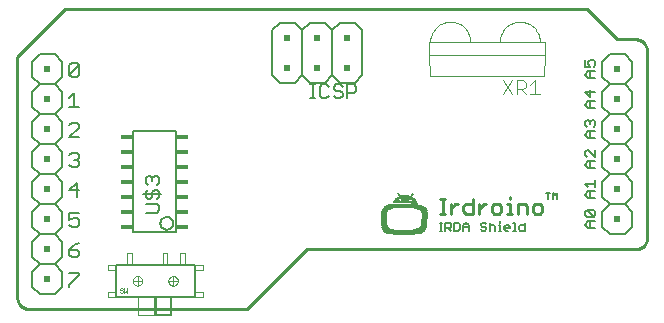
<source format=gto>
G75*
%MOIN*%
%OFA0B0*%
%FSLAX24Y24*%
%IPPOS*%
%LPD*%
%AMOC8*
5,1,8,0,0,1.08239X$1,22.5*
%
%ADD10C,0.0100*%
%ADD11C,0.0050*%
%ADD12C,0.0090*%
%ADD13C,0.0070*%
%ADD14C,0.0060*%
%ADD15R,0.0200X0.0200*%
%ADD16R,0.0400X0.0010*%
%ADD17R,0.0760X0.0010*%
%ADD18R,0.0960X0.0010*%
%ADD19R,0.1030X0.0010*%
%ADD20R,0.1120X0.0010*%
%ADD21R,0.1190X0.0010*%
%ADD22R,0.1220X0.0010*%
%ADD23R,0.1260X0.0010*%
%ADD24R,0.1300X0.0010*%
%ADD25R,0.1320X0.0010*%
%ADD26R,0.1350X0.0010*%
%ADD27R,0.1370X0.0010*%
%ADD28R,0.1380X0.0010*%
%ADD29R,0.1400X0.0010*%
%ADD30R,0.1420X0.0010*%
%ADD31R,0.0600X0.0010*%
%ADD32R,0.0610X0.0010*%
%ADD33R,0.0420X0.0010*%
%ADD34R,0.0330X0.0010*%
%ADD35R,0.0360X0.0010*%
%ADD36R,0.0320X0.0010*%
%ADD37R,0.0280X0.0010*%
%ADD38R,0.0300X0.0010*%
%ADD39R,0.0260X0.0010*%
%ADD40R,0.0270X0.0010*%
%ADD41R,0.0240X0.0010*%
%ADD42R,0.0250X0.0010*%
%ADD43R,0.0230X0.0010*%
%ADD44R,0.0220X0.0010*%
%ADD45R,0.0210X0.0010*%
%ADD46R,0.0200X0.0010*%
%ADD47R,0.0190X0.0010*%
%ADD48R,0.0180X0.0010*%
%ADD49R,0.0170X0.0010*%
%ADD50R,0.0480X0.0010*%
%ADD51R,0.1410X0.0010*%
%ADD52R,0.1390X0.0010*%
%ADD53R,0.1360X0.0010*%
%ADD54R,0.1330X0.0010*%
%ADD55R,0.1310X0.0010*%
%ADD56R,0.1210X0.0010*%
%ADD57R,0.1160X0.0010*%
%ADD58R,0.1090X0.0010*%
%ADD59R,0.0970X0.0010*%
%ADD60R,0.0840X0.0010*%
%ADD61R,0.0660X0.0010*%
%ADD62R,0.0050X0.0010*%
%ADD63R,0.0790X0.0010*%
%ADD64R,0.0800X0.0010*%
%ADD65R,0.0780X0.0010*%
%ADD66R,0.0310X0.0010*%
%ADD67R,0.0290X0.0010*%
%ADD68R,0.0150X0.0010*%
%ADD69R,0.0160X0.0010*%
%ADD70R,0.0140X0.0010*%
%ADD71R,0.0130X0.0010*%
%ADD72R,0.0640X0.0010*%
%ADD73R,0.0590X0.0010*%
%ADD74R,0.0560X0.0010*%
%ADD75R,0.0540X0.0010*%
%ADD76R,0.0500X0.0010*%
%ADD77R,0.0470X0.0010*%
%ADD78R,0.0430X0.0010*%
%ADD79R,0.0030X0.0010*%
%ADD80R,0.0040X0.0010*%
%ADD81R,0.0020X0.0010*%
%ADD82R,0.0400X0.0140*%
%ADD83C,0.0020*%
%ADD84C,0.0010*%
%ADD85C,0.0039*%
%ADD86C,0.0000*%
%ADD87C,0.0010*%
%ADD88C,0.0040*%
D10*
X002750Y010275D02*
X010050Y010275D01*
X012050Y012275D01*
X023000Y012275D01*
X023006Y012275D02*
X023045Y012277D01*
X023083Y012283D01*
X023120Y012292D01*
X023157Y012305D01*
X023192Y012322D01*
X023225Y012341D01*
X023256Y012364D01*
X023285Y012390D01*
X023311Y012419D01*
X023334Y012450D01*
X023353Y012483D01*
X023370Y012518D01*
X023383Y012555D01*
X023392Y012592D01*
X023398Y012630D01*
X023400Y012669D01*
X023400Y012675D02*
X023400Y018875D01*
X023400Y018881D02*
X023398Y018920D01*
X023392Y018958D01*
X023383Y018995D01*
X023370Y019032D01*
X023353Y019067D01*
X023334Y019100D01*
X023311Y019131D01*
X023285Y019160D01*
X023256Y019186D01*
X023225Y019209D01*
X023192Y019228D01*
X023157Y019245D01*
X023120Y019258D01*
X023083Y019267D01*
X023045Y019273D01*
X023006Y019275D01*
X022400Y019275D01*
X021400Y020275D01*
X004000Y020275D01*
X002400Y018675D01*
X002400Y010675D01*
X002400Y010669D02*
X002402Y010630D01*
X002408Y010592D01*
X002417Y010555D01*
X002430Y010518D01*
X002447Y010483D01*
X002466Y010450D01*
X002489Y010419D01*
X002515Y010390D01*
X002544Y010364D01*
X002575Y010341D01*
X002608Y010322D01*
X002643Y010305D01*
X002680Y010292D01*
X002717Y010283D01*
X002755Y010277D01*
X002794Y010275D01*
D11*
X005681Y010694D02*
X006429Y010694D01*
X006941Y010694D01*
X008319Y010694D01*
X008319Y011756D01*
X007993Y011756D01*
X007836Y011756D01*
X007403Y011756D01*
X007245Y011756D01*
X006222Y011756D01*
X006064Y011756D01*
X005681Y011756D01*
X005681Y011579D01*
X005681Y010694D01*
X005819Y010694D02*
X007020Y010694D01*
X007020Y010103D01*
X007531Y010103D01*
X007531Y010694D01*
X008181Y010694D01*
X008319Y010989D02*
X008319Y011501D01*
X007531Y010694D02*
X007020Y010694D01*
X007118Y011756D02*
X006449Y011756D01*
X005681Y011501D02*
X005681Y010989D01*
X006270Y012845D02*
X007680Y012845D01*
X007680Y016205D01*
X006270Y016205D01*
X006270Y012845D01*
X006675Y013500D02*
X007050Y013500D01*
X007125Y013575D01*
X007125Y013725D01*
X007050Y013800D01*
X006675Y013800D01*
X006750Y013960D02*
X006675Y014035D01*
X006675Y014186D01*
X006750Y014261D01*
X006750Y014421D02*
X006675Y014496D01*
X006675Y014646D01*
X006750Y014721D01*
X006825Y014721D01*
X006900Y014646D01*
X006975Y014721D01*
X007050Y014721D01*
X007125Y014646D01*
X007125Y014496D01*
X007050Y014421D01*
X007050Y014261D02*
X006975Y014261D01*
X006900Y014186D01*
X006900Y014035D01*
X006825Y013960D01*
X006750Y013960D01*
X006600Y014111D02*
X007200Y014111D01*
X007125Y014035D02*
X007125Y014186D01*
X007050Y014261D01*
X007125Y014035D02*
X007050Y013960D01*
X006900Y014571D02*
X006900Y014646D01*
X007170Y013145D02*
X007172Y013174D01*
X007178Y013202D01*
X007187Y013229D01*
X007201Y013254D01*
X007217Y013278D01*
X007237Y013298D01*
X007259Y013317D01*
X007283Y013331D01*
X007310Y013343D01*
X007337Y013351D01*
X007366Y013355D01*
X007394Y013355D01*
X007423Y013351D01*
X007450Y013343D01*
X007477Y013331D01*
X007501Y013317D01*
X007523Y013298D01*
X007543Y013278D01*
X007559Y013254D01*
X007573Y013229D01*
X007582Y013202D01*
X007588Y013174D01*
X007590Y013145D01*
X007588Y013116D01*
X007582Y013088D01*
X007573Y013061D01*
X007559Y013036D01*
X007543Y013012D01*
X007523Y012992D01*
X007501Y012973D01*
X007477Y012959D01*
X007450Y012947D01*
X007423Y012939D01*
X007394Y012935D01*
X007366Y012935D01*
X007337Y012939D01*
X007310Y012947D01*
X007283Y012959D01*
X007259Y012973D01*
X007237Y012992D01*
X007217Y013012D01*
X007201Y013036D01*
X007187Y013061D01*
X007178Y013088D01*
X007172Y013116D01*
X007170Y013145D01*
X012172Y017325D02*
X012322Y017325D01*
X012247Y017325D02*
X012247Y017776D01*
X012172Y017776D02*
X012322Y017776D01*
X012479Y017701D02*
X012479Y017400D01*
X012554Y017325D01*
X012704Y017325D01*
X012780Y017400D01*
X012940Y017400D02*
X013015Y017325D01*
X013165Y017325D01*
X013240Y017400D01*
X013240Y017475D01*
X013165Y017550D01*
X013015Y017550D01*
X012940Y017625D01*
X012940Y017701D01*
X013015Y017776D01*
X013165Y017776D01*
X013240Y017701D01*
X013400Y017776D02*
X013625Y017776D01*
X013700Y017701D01*
X013700Y017550D01*
X013625Y017475D01*
X013400Y017475D01*
X013400Y017325D02*
X013400Y017776D01*
X012780Y017701D02*
X012704Y017776D01*
X012554Y017776D01*
X012479Y017701D01*
X016475Y013170D02*
X016565Y013170D01*
X016520Y013170D02*
X016520Y012900D01*
X016475Y012900D02*
X016565Y012900D01*
X016671Y012900D02*
X016671Y013170D01*
X016807Y013170D01*
X016852Y013125D01*
X016852Y013035D01*
X016807Y012990D01*
X016671Y012990D01*
X016762Y012990D02*
X016852Y012900D01*
X016966Y012900D02*
X017101Y012900D01*
X017146Y012945D01*
X017146Y013125D01*
X017101Y013170D01*
X016966Y013170D01*
X016966Y012900D01*
X017261Y012900D02*
X017261Y013080D01*
X017351Y013170D01*
X017441Y013080D01*
X017441Y012900D01*
X017441Y013035D02*
X017261Y013035D01*
X017850Y013080D02*
X017895Y013035D01*
X017985Y013035D01*
X018030Y012990D01*
X018030Y012945D01*
X017985Y012900D01*
X017895Y012900D01*
X017850Y012945D01*
X017850Y013080D02*
X017850Y013125D01*
X017895Y013170D01*
X017985Y013170D01*
X018030Y013125D01*
X018145Y013170D02*
X018145Y012900D01*
X018145Y013035D02*
X018190Y013080D01*
X018280Y013080D01*
X018325Y013035D01*
X018325Y012900D01*
X018439Y012900D02*
X018529Y012900D01*
X018484Y012900D02*
X018484Y013080D01*
X018439Y013080D01*
X018484Y013170D02*
X018484Y013215D01*
X018636Y013035D02*
X018681Y013080D01*
X018771Y013080D01*
X018816Y013035D01*
X018816Y012990D01*
X018636Y012990D01*
X018636Y012945D02*
X018636Y013035D01*
X018636Y012945D02*
X018681Y012900D01*
X018771Y012900D01*
X018930Y012900D02*
X019021Y012900D01*
X018975Y012900D02*
X018975Y013170D01*
X018930Y013170D01*
X019127Y013035D02*
X019172Y013080D01*
X019307Y013080D01*
X019307Y013170D02*
X019307Y012900D01*
X019172Y012900D01*
X019127Y012945D01*
X019127Y013035D01*
X020088Y013950D02*
X020088Y014140D01*
X020025Y014140D02*
X020152Y014140D01*
X020246Y014140D02*
X020309Y014077D01*
X020373Y014140D01*
X020373Y013950D01*
X020246Y013950D02*
X020246Y014140D01*
X021320Y014097D02*
X021437Y014214D01*
X021670Y014214D01*
X021670Y014349D02*
X021670Y014582D01*
X021670Y014466D02*
X021320Y014466D01*
X021437Y014349D01*
X021495Y014214D02*
X021495Y013981D01*
X021437Y013981D02*
X021320Y014097D01*
X021437Y013981D02*
X021670Y013981D01*
X021612Y013582D02*
X021378Y013582D01*
X021612Y013349D01*
X021670Y013407D01*
X021670Y013524D01*
X021612Y013582D01*
X021612Y013349D02*
X021378Y013349D01*
X021320Y013407D01*
X021320Y013524D01*
X021378Y013582D01*
X021437Y013214D02*
X021670Y013214D01*
X021495Y013214D02*
X021495Y012981D01*
X021437Y012981D02*
X021320Y013097D01*
X021437Y013214D01*
X021437Y012981D02*
X021670Y012981D01*
X021670Y014981D02*
X021437Y014981D01*
X021320Y015097D01*
X021437Y015214D01*
X021670Y015214D01*
X021670Y015349D02*
X021437Y015582D01*
X021378Y015582D01*
X021320Y015524D01*
X021320Y015407D01*
X021378Y015349D01*
X021495Y015214D02*
X021495Y014981D01*
X021670Y015349D02*
X021670Y015582D01*
X021670Y015981D02*
X021437Y015981D01*
X021320Y016097D01*
X021437Y016214D01*
X021670Y016214D01*
X021612Y016349D02*
X021670Y016407D01*
X021670Y016524D01*
X021612Y016582D01*
X021553Y016582D01*
X021495Y016524D01*
X021495Y016466D01*
X021495Y016524D02*
X021437Y016582D01*
X021378Y016582D01*
X021320Y016524D01*
X021320Y016407D01*
X021378Y016349D01*
X021495Y016214D02*
X021495Y015981D01*
X021495Y016981D02*
X021495Y017214D01*
X021437Y017214D02*
X021670Y017214D01*
X021495Y017349D02*
X021495Y017582D01*
X021320Y017524D02*
X021495Y017349D01*
X021437Y017214D02*
X021320Y017097D01*
X021437Y016981D01*
X021670Y016981D01*
X021670Y017524D02*
X021320Y017524D01*
X021437Y017981D02*
X021320Y018097D01*
X021437Y018214D01*
X021670Y018214D01*
X021612Y018349D02*
X021670Y018407D01*
X021670Y018524D01*
X021612Y018582D01*
X021495Y018582D01*
X021437Y018524D01*
X021437Y018466D01*
X021495Y018349D01*
X021320Y018349D01*
X021320Y018582D01*
X021495Y018214D02*
X021495Y017981D01*
X021437Y017981D02*
X021670Y017981D01*
D12*
X018808Y014019D02*
X018808Y013940D01*
X018808Y013784D02*
X018808Y013470D01*
X018886Y013470D02*
X018729Y013470D01*
X018527Y013548D02*
X018527Y013705D01*
X018449Y013784D01*
X018292Y013784D01*
X018214Y013705D01*
X018214Y013548D01*
X018292Y013470D01*
X018449Y013470D01*
X018527Y013548D01*
X018729Y013784D02*
X018808Y013784D01*
X019073Y013784D02*
X019308Y013784D01*
X019387Y013705D01*
X019387Y013470D01*
X019589Y013548D02*
X019667Y013470D01*
X019824Y013470D01*
X019902Y013548D01*
X019902Y013705D01*
X019824Y013784D01*
X019667Y013784D01*
X019589Y013705D01*
X019589Y013548D01*
X019073Y013470D02*
X019073Y013784D01*
X018019Y013784D02*
X017941Y013784D01*
X017784Y013627D01*
X017784Y013470D02*
X017784Y013784D01*
X017582Y013784D02*
X017347Y013784D01*
X017268Y013705D01*
X017268Y013548D01*
X017347Y013470D01*
X017582Y013470D01*
X017582Y013940D01*
X017074Y013784D02*
X016996Y013784D01*
X016839Y013627D01*
X016839Y013470D02*
X016839Y013784D01*
X016652Y013940D02*
X016495Y013940D01*
X016573Y013940D02*
X016573Y013470D01*
X016495Y013470D02*
X016652Y013470D01*
D13*
X004462Y013500D02*
X004135Y013500D01*
X004135Y013255D01*
X004298Y013337D01*
X004380Y013337D01*
X004462Y013255D01*
X004462Y013092D01*
X004380Y013010D01*
X004217Y013010D01*
X004135Y013092D01*
X004462Y012500D02*
X004298Y012419D01*
X004135Y012255D01*
X004380Y012255D01*
X004462Y012173D01*
X004462Y012092D01*
X004380Y012010D01*
X004217Y012010D01*
X004135Y012092D01*
X004135Y012255D01*
X004135Y011500D02*
X004462Y011500D01*
X004462Y011419D01*
X004135Y011092D01*
X004135Y011010D01*
X004380Y014010D02*
X004380Y014500D01*
X004135Y014255D01*
X004462Y014255D01*
X004380Y015010D02*
X004217Y015010D01*
X004135Y015092D01*
X004298Y015255D02*
X004380Y015255D01*
X004462Y015173D01*
X004462Y015092D01*
X004380Y015010D01*
X004380Y015255D02*
X004462Y015337D01*
X004462Y015419D01*
X004380Y015500D01*
X004217Y015500D01*
X004135Y015419D01*
X004135Y016010D02*
X004462Y016337D01*
X004462Y016419D01*
X004380Y016500D01*
X004217Y016500D01*
X004135Y016419D01*
X004135Y016010D02*
X004462Y016010D01*
X004462Y017010D02*
X004135Y017010D01*
X004298Y017010D02*
X004298Y017500D01*
X004135Y017337D01*
X004217Y018010D02*
X004135Y018092D01*
X004462Y018419D01*
X004462Y018092D01*
X004380Y018010D01*
X004217Y018010D01*
X004135Y018092D02*
X004135Y018419D01*
X004217Y018500D01*
X004380Y018500D01*
X004462Y018419D01*
D14*
X003900Y018525D02*
X003900Y018025D01*
X003650Y017775D01*
X003900Y017525D01*
X003900Y017025D01*
X003650Y016775D01*
X003150Y016775D01*
X002900Y017025D01*
X002900Y017525D01*
X003150Y017775D01*
X002900Y018025D01*
X002900Y018525D01*
X003150Y018775D01*
X003650Y018775D01*
X003900Y018525D01*
X003650Y017775D02*
X003150Y017775D01*
X003150Y016775D02*
X002900Y016525D01*
X002900Y016025D01*
X003150Y015775D01*
X002900Y015525D01*
X002900Y015025D01*
X003150Y014775D01*
X002900Y014525D01*
X002900Y014025D01*
X003150Y013775D01*
X003650Y013775D01*
X003900Y014025D01*
X003900Y014525D01*
X003650Y014775D01*
X003150Y014775D01*
X003650Y014775D02*
X003900Y015025D01*
X003900Y015525D01*
X003650Y015775D01*
X003150Y015775D01*
X003650Y015775D02*
X003900Y016025D01*
X003900Y016525D01*
X003650Y016775D01*
X003650Y013775D02*
X003900Y013525D01*
X003900Y013025D01*
X003650Y012775D01*
X003900Y012525D01*
X003900Y012025D01*
X003650Y011775D01*
X003900Y011525D01*
X003900Y011025D01*
X003650Y010775D01*
X003150Y010775D01*
X002900Y011025D01*
X002900Y011525D01*
X003150Y011775D01*
X002900Y012025D01*
X002900Y012525D01*
X003150Y012775D01*
X002900Y013025D01*
X002900Y013525D01*
X003150Y013775D01*
X003150Y012775D02*
X003650Y012775D01*
X003650Y011775D02*
X003150Y011775D01*
X010900Y018075D02*
X010900Y019575D01*
X011150Y019825D01*
X011650Y019825D01*
X011900Y019575D01*
X011900Y018075D01*
X012150Y017825D01*
X012650Y017825D01*
X012900Y018075D01*
X013150Y017825D01*
X013650Y017825D01*
X013900Y018075D01*
X013900Y019575D01*
X013650Y019825D01*
X013150Y019825D01*
X012900Y019575D01*
X012900Y018075D01*
X011900Y018075D02*
X011650Y017825D01*
X011150Y017825D01*
X010900Y018075D01*
X011900Y019575D02*
X012150Y019825D01*
X012650Y019825D01*
X012900Y019575D01*
X021900Y018525D02*
X021900Y018025D01*
X022150Y017775D01*
X022650Y017775D01*
X022900Y018025D01*
X022900Y018525D01*
X022650Y018775D01*
X022150Y018775D01*
X021900Y018525D01*
X022150Y017775D02*
X021900Y017525D01*
X021900Y017025D01*
X022150Y016775D01*
X022650Y016775D01*
X022900Y017025D01*
X022900Y017525D01*
X022650Y017775D01*
X022650Y016775D02*
X022900Y016525D01*
X022900Y016025D01*
X022650Y015775D01*
X022900Y015525D01*
X022900Y015025D01*
X022650Y014775D01*
X022900Y014525D01*
X022900Y014025D01*
X022650Y013775D01*
X022900Y013525D01*
X022900Y013025D01*
X022650Y012775D01*
X022150Y012775D01*
X021900Y013025D01*
X021900Y013525D01*
X022150Y013775D01*
X021900Y014025D01*
X021900Y014525D01*
X022150Y014775D01*
X022650Y014775D01*
X022150Y014775D02*
X021900Y015025D01*
X021900Y015525D01*
X022150Y015775D01*
X021900Y016025D01*
X021900Y016525D01*
X022150Y016775D01*
X022150Y015775D02*
X022650Y015775D01*
X022650Y013775D02*
X022150Y013775D01*
D15*
X022400Y014275D03*
X022400Y013275D03*
X022400Y015275D03*
X022400Y016275D03*
X022400Y017275D03*
X022400Y018275D03*
X013400Y018325D03*
X012400Y018325D03*
X011400Y018325D03*
X011400Y019325D03*
X012400Y019325D03*
X013400Y019325D03*
X003400Y018275D03*
X003400Y017275D03*
X003400Y016275D03*
X003400Y015275D03*
X003400Y014275D03*
X003400Y013275D03*
X003400Y012275D03*
X003400Y011275D03*
D16*
X014771Y012912D03*
X015271Y012752D03*
D17*
X015291Y012762D03*
X015331Y013852D03*
D18*
X015281Y012772D03*
D19*
X015286Y012782D03*
D20*
X015281Y012792D03*
D21*
X015286Y012802D03*
D22*
X015281Y012812D03*
D23*
X015291Y012822D03*
X015291Y013702D03*
D24*
X015291Y012832D03*
D25*
X015291Y012842D03*
D26*
X015286Y012852D03*
D27*
X015286Y012862D03*
D28*
X015291Y012872D03*
D29*
X015291Y012882D03*
D30*
X015291Y012892D03*
D31*
X014881Y012902D03*
D32*
X015696Y012902D03*
X015326Y013952D03*
D33*
X015341Y014022D03*
X015821Y013632D03*
X015801Y012912D03*
X014811Y013642D03*
D34*
X014746Y013622D03*
X014736Y012922D03*
X015856Y012932D03*
D35*
X015841Y012922D03*
X015851Y013622D03*
X015311Y014032D03*
X014771Y013632D03*
D36*
X014721Y012932D03*
X015881Y013612D03*
D37*
X015911Y013592D03*
X015341Y013912D03*
X014721Y013612D03*
X014701Y012942D03*
X015891Y012952D03*
D38*
X015871Y012942D03*
X015901Y013602D03*
D39*
X015931Y013572D03*
X015941Y013562D03*
X015331Y014042D03*
X014681Y012962D03*
X014691Y012952D03*
D40*
X014706Y013602D03*
X015336Y013882D03*
X015336Y013892D03*
X015336Y013902D03*
X015926Y013582D03*
X015896Y012962D03*
D41*
X015921Y012992D03*
X015951Y013552D03*
X014681Y013582D03*
X014671Y012972D03*
D42*
X014696Y013592D03*
X015906Y012972D03*
X015916Y012982D03*
D43*
X015926Y013002D03*
X015936Y013012D03*
X015936Y013022D03*
X015966Y013512D03*
X015966Y013522D03*
X015956Y013532D03*
X015956Y013542D03*
X014676Y013572D03*
X014666Y012982D03*
D44*
X014661Y012992D03*
X014661Y013562D03*
X015621Y013802D03*
X015971Y013502D03*
X015971Y013492D03*
X015941Y013032D03*
D45*
X015946Y013042D03*
X015946Y013052D03*
X015946Y013062D03*
X015956Y013082D03*
X015956Y013092D03*
X015976Y013432D03*
X015976Y013442D03*
X015976Y013452D03*
X015976Y013462D03*
X015976Y013472D03*
X015976Y013482D03*
X014656Y013542D03*
X014656Y013552D03*
X014646Y013022D03*
X014656Y013012D03*
X014656Y013002D03*
D46*
X014641Y013032D03*
X014641Y013042D03*
X014641Y013052D03*
X014631Y013092D03*
X014651Y013532D03*
X015051Y013862D03*
X015981Y013422D03*
X015981Y013412D03*
X015981Y013402D03*
X015981Y013392D03*
X015981Y013382D03*
X015981Y013372D03*
X015981Y013362D03*
X015981Y013352D03*
X015981Y013342D03*
X015981Y013332D03*
X015981Y013322D03*
X015981Y013312D03*
X015981Y013302D03*
X015981Y013292D03*
X015971Y013262D03*
X015971Y013252D03*
X015971Y013242D03*
X015971Y013232D03*
X015971Y013222D03*
X015971Y013212D03*
X015971Y013202D03*
X015971Y013192D03*
X015971Y013182D03*
X015971Y013172D03*
X015961Y013142D03*
X015961Y013132D03*
X015961Y013122D03*
X015961Y013112D03*
X015961Y013102D03*
X015951Y013072D03*
D47*
X015966Y013152D03*
X015966Y013162D03*
X015976Y013272D03*
X015976Y013282D03*
X014646Y013522D03*
X014636Y013512D03*
X014636Y013502D03*
X014626Y013472D03*
X014626Y013142D03*
X014626Y013132D03*
X014626Y013122D03*
X014626Y013112D03*
X014626Y013102D03*
X014636Y013082D03*
X014636Y013072D03*
X014636Y013062D03*
D48*
X014621Y013152D03*
X014621Y013162D03*
X014621Y013172D03*
X014621Y013182D03*
X014621Y013192D03*
X014621Y013202D03*
X014621Y013212D03*
X014621Y013222D03*
X014621Y013232D03*
X014621Y013242D03*
X014621Y013252D03*
X014621Y013262D03*
X014621Y013272D03*
X014621Y013282D03*
X014621Y013402D03*
X014621Y013412D03*
X014621Y013422D03*
X014621Y013432D03*
X014621Y013442D03*
X014621Y013452D03*
X014621Y013462D03*
X014631Y013482D03*
X014631Y013492D03*
D49*
X014616Y013392D03*
X014616Y013382D03*
X014616Y013372D03*
X014616Y013362D03*
X014616Y013352D03*
X014616Y013342D03*
X014616Y013332D03*
X014616Y013322D03*
X014616Y013312D03*
X014616Y013302D03*
X014616Y013292D03*
X015046Y013872D03*
X015626Y013862D03*
D50*
X015421Y013932D03*
X015781Y013642D03*
D51*
X015306Y013652D03*
D52*
X015306Y013662D03*
D53*
X015301Y013672D03*
D54*
X015296Y013682D03*
D55*
X015296Y013692D03*
D56*
X015286Y013712D03*
D57*
X015281Y013722D03*
D58*
X015266Y013732D03*
D59*
X015246Y013742D03*
D60*
X015221Y013752D03*
D61*
X015201Y013762D03*
D62*
X015706Y013792D03*
D63*
X015336Y013812D03*
D64*
X015331Y013822D03*
D65*
X015331Y013832D03*
X015331Y013842D03*
D66*
X015326Y013862D03*
D67*
X015336Y013872D03*
X015346Y013922D03*
D68*
X015626Y013882D03*
X015626Y013872D03*
X015046Y013892D03*
D69*
X015041Y013882D03*
X015331Y014052D03*
D70*
X015071Y013932D03*
X015061Y013922D03*
X015051Y013912D03*
X015051Y013902D03*
X015621Y013892D03*
D71*
X015616Y013902D03*
X015616Y013912D03*
X015606Y013922D03*
D72*
X015331Y013942D03*
D73*
X015326Y013962D03*
D74*
X015331Y013972D03*
D75*
X015331Y013982D03*
D76*
X015331Y013992D03*
D77*
X015326Y014002D03*
D78*
X015336Y014012D03*
D79*
X015536Y014032D03*
X015576Y014082D03*
X015596Y014112D03*
X015136Y014052D03*
X015126Y014072D03*
X015106Y014102D03*
X015096Y014112D03*
X015086Y014132D03*
D80*
X015091Y014122D03*
X015111Y014092D03*
X015121Y014082D03*
X015131Y014062D03*
X015141Y014042D03*
X015541Y014042D03*
X015551Y014052D03*
X015561Y014062D03*
X015571Y014072D03*
X015581Y014092D03*
X015591Y014102D03*
D81*
X015601Y014122D03*
D82*
X007900Y014025D03*
X007900Y013525D03*
X007900Y013025D03*
X006050Y013025D03*
X006050Y013525D03*
X006050Y014025D03*
X006050Y014525D03*
X006050Y015025D03*
X006050Y015525D03*
X006050Y016025D03*
X007900Y016025D03*
X007900Y015525D03*
X007900Y015025D03*
X007900Y014525D03*
D83*
X007836Y012150D02*
X007993Y012150D01*
X007993Y011756D01*
X007836Y011756D02*
X007836Y012150D01*
X007403Y012150D02*
X007403Y011756D01*
X007245Y011756D02*
X007245Y012150D01*
X007403Y012150D01*
X007591Y011382D02*
X007591Y011225D01*
X007433Y011225D01*
X007591Y011225D02*
X007748Y011225D01*
X007591Y011225D02*
X007591Y011068D01*
X008339Y010871D02*
X008575Y010871D01*
X008575Y010694D01*
X008339Y010694D01*
X008339Y011579D02*
X008575Y011579D01*
X008575Y011756D01*
X008339Y011756D01*
X006567Y011225D02*
X006409Y011225D01*
X006252Y011225D01*
X006409Y011225D02*
X006409Y011068D01*
X006409Y011225D02*
X006409Y011382D01*
X006222Y011756D02*
X006222Y012150D01*
X006064Y012150D01*
X006064Y011756D01*
X005681Y011756D02*
X005425Y011756D01*
X005425Y011579D01*
X005681Y011579D01*
X005661Y010871D02*
X005425Y010871D01*
X005425Y010694D01*
X005661Y010694D01*
D84*
X006429Y010103D02*
X006941Y010103D01*
X006941Y010694D01*
X006429Y010694D02*
X006429Y010103D01*
D85*
X007020Y010103D02*
X007020Y010694D01*
X007531Y010694D02*
X007531Y010103D01*
X007020Y010103D01*
D86*
X007434Y011225D02*
X007436Y011250D01*
X007442Y011274D01*
X007451Y011296D01*
X007464Y011317D01*
X007480Y011336D01*
X007499Y011352D01*
X007520Y011365D01*
X007542Y011374D01*
X007566Y011380D01*
X007591Y011382D01*
X007616Y011380D01*
X007640Y011374D01*
X007662Y011365D01*
X007683Y011352D01*
X007702Y011336D01*
X007718Y011317D01*
X007731Y011296D01*
X007740Y011274D01*
X007746Y011250D01*
X007748Y011225D01*
X007746Y011200D01*
X007740Y011176D01*
X007731Y011154D01*
X007718Y011133D01*
X007702Y011114D01*
X007683Y011098D01*
X007662Y011085D01*
X007640Y011076D01*
X007616Y011070D01*
X007591Y011068D01*
X007566Y011070D01*
X007542Y011076D01*
X007520Y011085D01*
X007499Y011098D01*
X007480Y011114D01*
X007464Y011133D01*
X007451Y011154D01*
X007442Y011176D01*
X007436Y011200D01*
X007434Y011225D01*
X006252Y011225D02*
X006254Y011250D01*
X006260Y011274D01*
X006269Y011296D01*
X006282Y011317D01*
X006298Y011336D01*
X006317Y011352D01*
X006338Y011365D01*
X006360Y011374D01*
X006384Y011380D01*
X006409Y011382D01*
X006434Y011380D01*
X006458Y011374D01*
X006480Y011365D01*
X006501Y011352D01*
X006520Y011336D01*
X006536Y011317D01*
X006549Y011296D01*
X006558Y011274D01*
X006564Y011250D01*
X006566Y011225D01*
X006564Y011200D01*
X006558Y011176D01*
X006549Y011154D01*
X006536Y011133D01*
X006520Y011114D01*
X006501Y011098D01*
X006480Y011085D01*
X006458Y011076D01*
X006434Y011070D01*
X006409Y011068D01*
X006384Y011070D01*
X006360Y011076D01*
X006338Y011085D01*
X006317Y011098D01*
X006298Y011114D01*
X006282Y011133D01*
X006269Y011154D01*
X006260Y011176D01*
X006254Y011200D01*
X006252Y011225D01*
D87*
X006071Y010986D02*
X006071Y010836D01*
X006021Y010886D01*
X005971Y010836D01*
X005971Y010986D01*
X005924Y010961D02*
X005899Y010986D01*
X005849Y010986D01*
X005824Y010961D01*
X005824Y010936D01*
X005849Y010911D01*
X005899Y010911D01*
X005924Y010886D01*
X005924Y010861D01*
X005899Y010836D01*
X005849Y010836D01*
X005824Y010861D01*
D88*
X016160Y018053D02*
X016121Y018761D01*
X016475Y018761D01*
X019625Y018761D01*
X019979Y018761D01*
X019940Y018053D01*
X019625Y018053D01*
X016475Y018053D01*
X016160Y018053D01*
X016121Y018761D02*
X016121Y019194D01*
X019979Y019194D01*
X019979Y018761D01*
X019653Y017915D02*
X019653Y017454D01*
X019806Y017454D02*
X019499Y017454D01*
X019346Y017454D02*
X019192Y017608D01*
X019269Y017608D02*
X019039Y017608D01*
X019039Y017454D02*
X019039Y017915D01*
X019269Y017915D01*
X019346Y017838D01*
X019346Y017685D01*
X019269Y017608D01*
X019499Y017761D02*
X019653Y017915D01*
X018886Y017915D02*
X018579Y017454D01*
X018886Y017454D02*
X018579Y017915D01*
X018483Y019194D02*
X018485Y019244D01*
X018490Y019294D01*
X018500Y019343D01*
X018513Y019391D01*
X018529Y019438D01*
X018549Y019484D01*
X018573Y019529D01*
X018599Y019571D01*
X018629Y019611D01*
X018662Y019649D01*
X018697Y019684D01*
X018735Y019717D01*
X018775Y019747D01*
X018818Y019773D01*
X018862Y019797D01*
X018908Y019817D01*
X018955Y019833D01*
X019003Y019846D01*
X019052Y019856D01*
X019102Y019861D01*
X019152Y019863D01*
X019202Y019861D01*
X019252Y019856D01*
X019301Y019846D01*
X019349Y019833D01*
X019396Y019817D01*
X019442Y019797D01*
X019487Y019773D01*
X019529Y019747D01*
X019569Y019717D01*
X019607Y019684D01*
X019642Y019649D01*
X019675Y019611D01*
X019705Y019571D01*
X019731Y019529D01*
X019755Y019484D01*
X019775Y019438D01*
X019791Y019391D01*
X019804Y019343D01*
X019814Y019294D01*
X019819Y019244D01*
X019821Y019194D01*
X017499Y019194D02*
X017497Y019244D01*
X017492Y019294D01*
X017482Y019343D01*
X017469Y019391D01*
X017453Y019438D01*
X017433Y019484D01*
X017409Y019529D01*
X017383Y019571D01*
X017353Y019611D01*
X017320Y019649D01*
X017285Y019684D01*
X017247Y019717D01*
X017207Y019747D01*
X017165Y019773D01*
X017120Y019797D01*
X017074Y019817D01*
X017027Y019833D01*
X016979Y019846D01*
X016930Y019856D01*
X016880Y019861D01*
X016830Y019863D01*
X016780Y019861D01*
X016730Y019856D01*
X016681Y019846D01*
X016633Y019833D01*
X016586Y019817D01*
X016540Y019797D01*
X016496Y019773D01*
X016453Y019747D01*
X016413Y019717D01*
X016375Y019684D01*
X016340Y019649D01*
X016307Y019611D01*
X016277Y019571D01*
X016251Y019529D01*
X016227Y019484D01*
X016207Y019438D01*
X016191Y019391D01*
X016178Y019343D01*
X016168Y019294D01*
X016163Y019244D01*
X016161Y019194D01*
M02*

</source>
